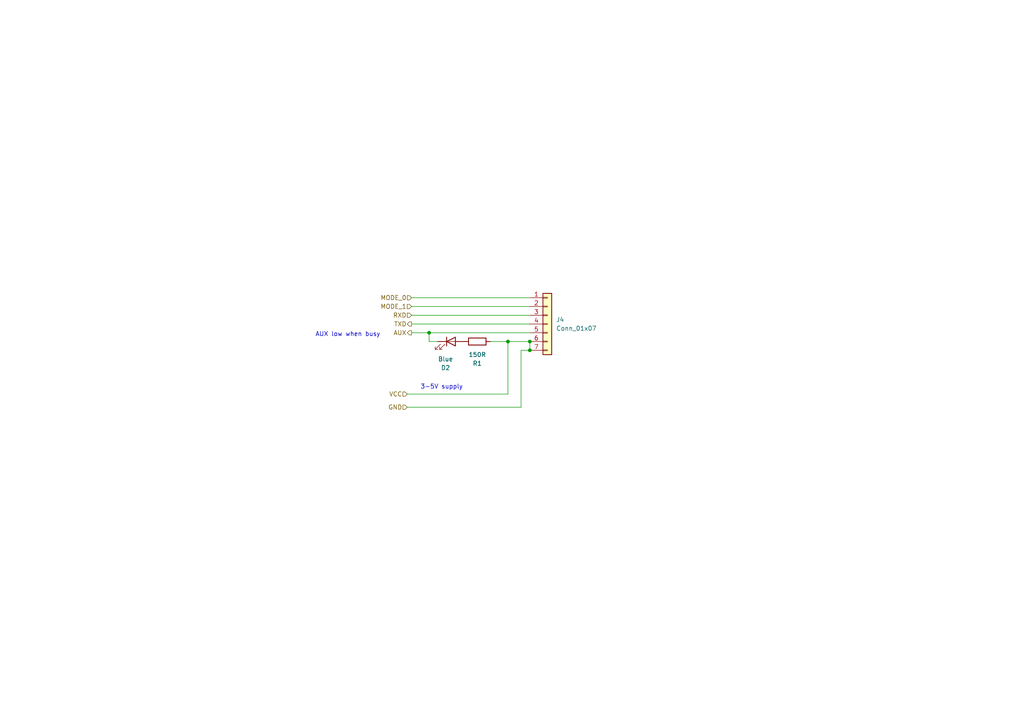
<source format=kicad_sch>
(kicad_sch (version 20230121) (generator eeschema)
  (paper "A4")
  (lib_symbols
    (symbol "Connector_Generic:Conn_01x07" (pin_names (offset 1.016) hide)
      (property "Reference" "J" (at 0 10.16 0))
      (property "Value" "Conn_01x07" (at 0 -10.16 0))
      (symbol "Conn_01x07_1_1"
        (rectangle (start -1.27 -7.493) (end 0 -7.747) (stroke (width 0.1524)))
        (rectangle (start -1.27 -4.953) (end 0 -5.207) (stroke (width 0.1524)))
        (rectangle (start -1.27 -2.413) (end 0 -2.667) (stroke (width 0.1524)))
        (rectangle (start -1.27 0.127) (end 0 -0.127) (stroke (width 0.1524)))
        (rectangle (start -1.27 2.667) (end 0 2.413) (stroke (width 0.1524)))
        (rectangle (start -1.27 5.207) (end 0 4.953) (stroke (width 0.1524)))
        (rectangle (start -1.27 7.747) (end 0 7.493) (stroke (width 0.1524)))
        (rectangle (start -1.27 8.89) (end 1.27 -8.89) (stroke (width 0.254)) (fill (type background)))
        (pin passive line (at -5.08 7.62 0) (length 3.81) (name "Pin_1") (number "1"))
        (pin passive line (at -5.08 5.08 0) (length 3.81) (name "Pin_2") (number "2"))
        (pin passive line (at -5.08 2.54 0) (length 3.81) (name "Pin_3") (number "3"))
        (pin passive line (at -5.08 0 0) (length 3.81) (name "Pin_4") (number "4"))
        (pin passive line (at -5.08 -2.54 0) (length 3.81) (name "Pin_5") (number "5"))
        (pin passive line (at -5.08 -5.08 0) (length 3.81) (name "Pin_6") (number "6"))
        (pin passive line (at -5.08 -7.62 0) (length 3.81) (name "Pin_7") (number "7"))
      )
    )
    (symbol "Device:LED" (pin_numbers hide) (pin_names (offset 1.016) hide)
      (property "Reference" "D" (at 0 2.54 0))
      (property "Value" "LED" (at 0 -2.54 0))
      (symbol "LED_0_1"
        (polyline (pts (xy -1.27 -1.27) (xy -1.27 1.27)) (stroke (width 0.254)))
        (polyline (pts (xy -1.27 0) (xy 1.27 0)))
        (polyline (pts (xy 1.27 -1.27) (xy 1.27 1.27) (xy -1.27 0) (xy 1.27 -1.27)) (stroke (width 0.254)))
        (polyline (pts (xy -3.048 -0.762) (xy -4.572 -2.286) (xy -3.81 -2.286) (xy -4.572 -2.286) (xy -4.572 -1.524)))
        (polyline (pts (xy -1.778 -0.762) (xy -3.302 -2.286) (xy -2.54 -2.286) (xy -3.302 -2.286) (xy -3.302 -1.524)))
      )
      (symbol "LED_1_1"
        (pin passive line (at -3.81 0 0) (length 2.54) (name "K") (number "1"))
        (pin passive line (at 3.81 0 180) (length 2.54) (name "A") (number "2"))
      )
    )
    (symbol "Device:R" (pin_numbers hide) (pin_names (offset 0))
      (property "Reference" "R" (at 2.032 0 90))
      (property "Value" "R" (at 0 0 90))
      (symbol "R_0_1"
        (rectangle (start -1.016 -2.54) (end 1.016 2.54) (stroke (width 0.254)))
      )
      (symbol "R_1_1"
        (pin passive line (at 0 3.81 270) (length 1.27) (name "~") (number "1"))
        (pin passive line (at 0 -3.81 90) (length 1.27) (name "~") (number "2"))
      )
    )
  )
  (junction (at 153.67 101.6))
  (junction (at 147.32 99.06))
  (junction (at 124.46 96.52))
  (junction (at 153.67 99.06))
  (wire (pts (xy 119.38 86.36) (xy 153.67 86.36)))
  (wire (pts (xy 153.67 101.6) (xy 153.67 99.06)))
  (wire (pts (xy 147.32 114.3) (xy 147.32 99.06)))
  (wire (pts (xy 151.13 118.11) (xy 151.13 101.6)))
  (wire (pts (xy 119.38 88.9) (xy 153.67 88.9)))
  (wire (pts (xy 142.24 99.06) (xy 147.32 99.06)))
  (wire (pts (xy 151.13 101.6) (xy 153.67 101.6)))
  (wire (pts (xy 119.38 93.98) (xy 153.67 93.98)))
  (wire (pts (xy 124.46 96.52) (xy 124.46 99.06)))
  (wire (pts (xy 124.46 99.06) (xy 127 99.06)))
  (wire (pts (xy 118.11 118.11) (xy 151.13 118.11)))
  (wire (pts (xy 119.38 91.44) (xy 153.67 91.44)))
  (wire (pts (xy 124.46 96.52) (xy 153.67 96.52)))
  (wire (pts (xy 118.11 114.3) (xy 147.32 114.3)))
  (wire (pts (xy 119.38 96.52) (xy 124.46 96.52)))
  (wire (pts (xy 147.32 99.06) (xy 153.67 99.06)))
  (text "3-5V supply" (at 121.92 113.03 0) (effects (font (size 1.27 1.27)) (justify left bottom)))
  (text "AUX low when busy" (at 91.44 97.79 0) (effects (font (size 1.27 1.27)) (justify left bottom)))
  (hierarchical_label "VCC" (shape input) (at 118.11 114.3 180))
  (hierarchical_label "MODE_0" (shape input) (at 119.38 86.36 180))
  (hierarchical_label "GND" (shape input) (at 118.11 118.11 180))
  (hierarchical_label "AUX" (shape output) (at 119.38 96.52 180))
  (hierarchical_label "RXD" (shape input) (at 119.38 91.44 180))
  (hierarchical_label "MODE_1" (shape input) (at 119.38 88.9 180))
  (hierarchical_label "TXD" (shape output) (at 119.38 93.98 180))
  (symbol (lib_id "Device:R") (at 138.43 99.06 90) (mirror x) (unit 1)
    (property "Reference" "R1" (at 138.43 105.41 90))
    (property "Value" "150R" (at 138.43 102.87 90))
    (property "Footprint" "Resistor_SMD:R_0402_1005Metric" (effects hide))
    (property "Datasheet" "https://wmsc.lcsc.com/wmsc/upload/file/pdf/v2/lcsc/2205311900_UNI-ROYAL-Uniroyal-Elec-0402WGF1500TCE_C25082.pdf" (effects hide))
    (property "Manufacturer PN" "0402WGF1500TCE" (effects hide))
    (property "Supplier PN" "C25082" (effects hide))
    (property "Supplier" "JLC" (effects hide))
    (instances (project "flight_computer" (path "" (reference "R1") (unit 1)) (path "" (reference "R18") (unit 1))))
  )
  (symbol (lib_id "Connector_Generic:Conn_01x07") (at 158.75 93.98 0) (unit 1)
    (property "Reference" "J4" (at 161.29 92.71 0) (effects (justify left)))
    (property "Value" "Conn_01x07" (at 161.29 95.25 0) (effects (justify left)))
  )
  (symbol (lib_id "Device:LED") (at 130.81 99.06 0) (unit 1)
    (property "Reference" "D2" (at 129.2225 106.68 0))
    (property "Value" "Blue" (at 129.2225 104.14 0))
    (property "Footprint" "LED_SMD:LED_0603_1608Metric" (effects hide))
    (property "Datasheet" "https://wmsc.lcsc.com/wmsc/upload/file/pdf/v2/lcsc/2205171716_Everlight-Elec-19-217-BHC-ZL1M2RY-6T_C2986058.pdf" (effects hide))
    (property "Manufacturer PN" "19-217/BHC-ZL1M2RY/6T" (effects hide))
    (property "Supplier PN" "C2986058" (effects hide))
    (property "Supplier" "JLC" (effects hide))
    (instances (project "flight_computer" (path "" (reference "D2") (unit 1)) (path "" (reference "D4") (unit 1))))
  )
)
</source>
